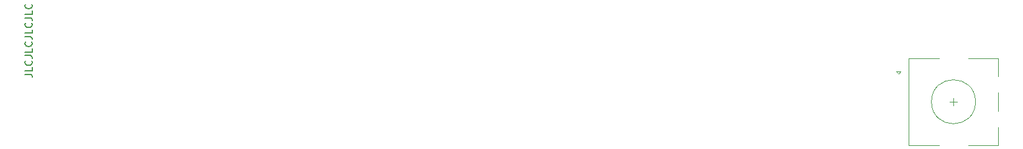
<source format=gto>
G04 #@! TF.GenerationSoftware,KiCad,Pcbnew,(5.1.4-0)*
G04 #@! TF.CreationDate,2021-10-12T16:31:04-05:00*
G04 #@! TF.ProjectId,niko,6e696b6f-2e6b-4696-9361-645f70636258,rev?*
G04 #@! TF.SameCoordinates,Original*
G04 #@! TF.FileFunction,Legend,Top*
G04 #@! TF.FilePolarity,Positive*
%FSLAX46Y46*%
G04 Gerber Fmt 4.6, Leading zero omitted, Abs format (unit mm)*
G04 Created by KiCad (PCBNEW (5.1.4-0)) date 2021-10-12 16:31:04*
%MOMM*%
%LPD*%
G04 APERTURE LIST*
%ADD10C,0.150000*%
%ADD11C,0.120000*%
%ADD12C,2.642000*%
%ADD13C,1.803800*%
%ADD14C,4.089800*%
%ADD15O,1.402000X2.002000*%
%ADD16C,0.752000*%
%ADD17O,1.402000X2.502000*%
%ADD18R,2.102000X2.102000*%
%ADD19C,2.102000*%
%ADD20R,3.302000X2.102000*%
%ADD21C,0.100000*%
%ADD22C,1.803400*%
G04 APERTURE END LIST*
D10*
X118772380Y-85559047D02*
X119486666Y-85559047D01*
X119629523Y-85606666D01*
X119724761Y-85701904D01*
X119772380Y-85844761D01*
X119772380Y-85940000D01*
X119772380Y-84606666D02*
X119772380Y-85082857D01*
X118772380Y-85082857D01*
X119677142Y-83701904D02*
X119724761Y-83749523D01*
X119772380Y-83892380D01*
X119772380Y-83987619D01*
X119724761Y-84130476D01*
X119629523Y-84225714D01*
X119534285Y-84273333D01*
X119343809Y-84320952D01*
X119200952Y-84320952D01*
X119010476Y-84273333D01*
X118915238Y-84225714D01*
X118820000Y-84130476D01*
X118772380Y-83987619D01*
X118772380Y-83892380D01*
X118820000Y-83749523D01*
X118867619Y-83701904D01*
X118772380Y-82987619D02*
X119486666Y-82987619D01*
X119629523Y-83035238D01*
X119724761Y-83130476D01*
X119772380Y-83273333D01*
X119772380Y-83368571D01*
X119772380Y-82035238D02*
X119772380Y-82511428D01*
X118772380Y-82511428D01*
X119677142Y-81130476D02*
X119724761Y-81178095D01*
X119772380Y-81320952D01*
X119772380Y-81416190D01*
X119724761Y-81559047D01*
X119629523Y-81654285D01*
X119534285Y-81701904D01*
X119343809Y-81749523D01*
X119200952Y-81749523D01*
X119010476Y-81701904D01*
X118915238Y-81654285D01*
X118820000Y-81559047D01*
X118772380Y-81416190D01*
X118772380Y-81320952D01*
X118820000Y-81178095D01*
X118867619Y-81130476D01*
X118772380Y-80416190D02*
X119486666Y-80416190D01*
X119629523Y-80463809D01*
X119724761Y-80559047D01*
X119772380Y-80701904D01*
X119772380Y-80797142D01*
X119772380Y-79463809D02*
X119772380Y-79940000D01*
X118772380Y-79940000D01*
X119677142Y-78559047D02*
X119724761Y-78606666D01*
X119772380Y-78749523D01*
X119772380Y-78844761D01*
X119724761Y-78987619D01*
X119629523Y-79082857D01*
X119534285Y-79130476D01*
X119343809Y-79178095D01*
X119200952Y-79178095D01*
X119010476Y-79130476D01*
X118915238Y-79082857D01*
X118820000Y-78987619D01*
X118772380Y-78844761D01*
X118772380Y-78749523D01*
X118820000Y-78606666D01*
X118867619Y-78559047D01*
X118772380Y-77844761D02*
X119486666Y-77844761D01*
X119629523Y-77892380D01*
X119724761Y-77987619D01*
X119772380Y-78130476D01*
X119772380Y-78225714D01*
X119772380Y-76892380D02*
X119772380Y-77368571D01*
X118772380Y-77368571D01*
X119677142Y-75987619D02*
X119724761Y-76035238D01*
X119772380Y-76178095D01*
X119772380Y-76273333D01*
X119724761Y-76416190D01*
X119629523Y-76511428D01*
X119534285Y-76559047D01*
X119343809Y-76606666D01*
X119200952Y-76606666D01*
X119010476Y-76559047D01*
X118915238Y-76511428D01*
X118820000Y-76416190D01*
X118772380Y-76273333D01*
X118772380Y-76178095D01*
X118820000Y-76035238D01*
X118867619Y-75987619D01*
D11*
X248269780Y-89297250D02*
G75*
G03X248269780Y-89297250I-3000000J0D01*
G01*
X247269780Y-83397250D02*
X251369780Y-83397250D01*
X251369780Y-95197250D02*
X247269780Y-95197250D01*
X243269780Y-95197250D02*
X239169780Y-95197250D01*
X243269780Y-83397250D02*
X239169780Y-83397250D01*
X239169780Y-83397250D02*
X239169780Y-95197250D01*
X237769780Y-85497250D02*
X237469780Y-85197250D01*
X237469780Y-85197250D02*
X238069780Y-85197250D01*
X238069780Y-85197250D02*
X237769780Y-85497250D01*
X251369780Y-83397250D02*
X251369780Y-85797250D01*
X251369780Y-87997250D02*
X251369780Y-90597250D01*
X251369780Y-92797250D02*
X251369780Y-95197250D01*
X245269780Y-88797250D02*
X245269780Y-89797250D01*
X244769780Y-89297250D02*
X245769780Y-89297250D01*
%LPC*%
D12*
X141446250Y-49847500D03*
X147796250Y-47307500D03*
D13*
X150336250Y-52387500D03*
X140176250Y-52387500D03*
D14*
X145256250Y-52387500D03*
D12*
X217646250Y-67707170D03*
X223996250Y-65167170D03*
D13*
X226536250Y-70247170D03*
X216376250Y-70247170D03*
D14*
X221456250Y-70247170D03*
D12*
X360521250Y-106997500D03*
X366871250Y-104457500D03*
D13*
X369411250Y-109537500D03*
X359251250Y-109537500D03*
D14*
X364331250Y-109537500D03*
D12*
X360522780Y-30797640D03*
X366872780Y-28257640D03*
D13*
X369412780Y-33337640D03*
X359252780Y-33337640D03*
D14*
X364332780Y-33337640D03*
D12*
X341472700Y-30797640D03*
X347822700Y-28257640D03*
D13*
X350362700Y-33337640D03*
X340202700Y-33337640D03*
D14*
X345282700Y-33337640D03*
D12*
X322422620Y-27225750D03*
X328772620Y-24685750D03*
D13*
X331312620Y-29765750D03*
X321152620Y-29765750D03*
D14*
X326232620Y-29765750D03*
D12*
X303372540Y-24844490D03*
X309722540Y-22304490D03*
D13*
X312262540Y-27384490D03*
X302102540Y-27384490D03*
D14*
X307182540Y-27384490D03*
D12*
X284322460Y-27225750D03*
X290672460Y-24685750D03*
D13*
X293212460Y-29765750D03*
X283052460Y-29765750D03*
D14*
X288132460Y-29765750D03*
D12*
X265272380Y-29607010D03*
X271622380Y-27067010D03*
D13*
X274162380Y-32147010D03*
X264002380Y-32147010D03*
D14*
X269082380Y-32147010D03*
D12*
X217647180Y-29607010D03*
X223997180Y-27067010D03*
D13*
X226537180Y-32147010D03*
X216377180Y-32147010D03*
D14*
X221457180Y-32147010D03*
D12*
X198597100Y-27225750D03*
X204947100Y-24685750D03*
D13*
X207487100Y-29765750D03*
X197327100Y-29765750D03*
D14*
X202407100Y-29765750D03*
D12*
X179547020Y-24844490D03*
X185897020Y-22304490D03*
D13*
X188437020Y-27384490D03*
X178277020Y-27384490D03*
D14*
X183357020Y-27384490D03*
D12*
X160496940Y-27225750D03*
X166846940Y-24685750D03*
D13*
X169386940Y-29765750D03*
X159226940Y-29765750D03*
D14*
X164306940Y-29765750D03*
D12*
X141446860Y-30797640D03*
X147796860Y-28257640D03*
D13*
X150336860Y-33337640D03*
X140176860Y-33337640D03*
D14*
X145256860Y-33337640D03*
D12*
X122396780Y-30797640D03*
X128746780Y-28257640D03*
D13*
X131286780Y-33337640D03*
X121126780Y-33337640D03*
D14*
X126206780Y-33337640D03*
D15*
X240969780Y-19303230D03*
D16*
X242379780Y-22952230D03*
X248159780Y-22952230D03*
D15*
X249569780Y-19303230D03*
D17*
X249569780Y-23503230D03*
X240969780Y-23503230D03*
D12*
X198596250Y-46263130D03*
X204946250Y-43723130D03*
D13*
X207486250Y-48803130D03*
X197326250Y-48803130D03*
D14*
X202406250Y-48803130D03*
D12*
X360546650Y-68884800D03*
X366896650Y-66344800D03*
D13*
X369436650Y-71424800D03*
X359276650Y-71424800D03*
D14*
X364356650Y-71424800D03*
D12*
X284321250Y-65313210D03*
X290671250Y-62773210D03*
D13*
X293211250Y-67853210D03*
X283051250Y-67853210D03*
D14*
X288131250Y-67853210D03*
D12*
X303371250Y-101044370D03*
X309721250Y-98504370D03*
D13*
X312261250Y-103584370D03*
X302101250Y-103584370D03*
D14*
X307181250Y-103584370D03*
D12*
X322421250Y-46263130D03*
X328771250Y-43723130D03*
D13*
X331311250Y-48803130D03*
X321151250Y-48803130D03*
D14*
X326231250Y-48803130D03*
D12*
X179546250Y-81994370D03*
X185896250Y-79454370D03*
D13*
X188436250Y-84534370D03*
X178276250Y-84534370D03*
D14*
X183356250Y-84534370D03*
D12*
X198596250Y-65313210D03*
X204946250Y-62773210D03*
D13*
X207486250Y-67853210D03*
X197326250Y-67853210D03*
D14*
X202406250Y-67853210D03*
D12*
X179571650Y-101032110D03*
X185921650Y-98492110D03*
D13*
X188461650Y-103572110D03*
X178301650Y-103572110D03*
D14*
X183381650Y-103572110D03*
D12*
X160496250Y-65325910D03*
X166846250Y-62785910D03*
D13*
X169386250Y-67865910D03*
X159226250Y-67865910D03*
D14*
X164306250Y-67865910D03*
D12*
X160496250Y-46263130D03*
X166846250Y-43723130D03*
D13*
X169386250Y-48803130D03*
X159226250Y-48803130D03*
D14*
X164306250Y-48803130D03*
D12*
X284321250Y-84363290D03*
X290671250Y-81823290D03*
D13*
X293211250Y-86903290D03*
X283051250Y-86903290D03*
D14*
X288131250Y-86903290D03*
D12*
X265271250Y-86757250D03*
X271621250Y-84217250D03*
D13*
X274161250Y-89297250D03*
X264001250Y-89297250D03*
D14*
X269081250Y-89297250D03*
D12*
X322421250Y-103426070D03*
X328771250Y-100886070D03*
D13*
X331311250Y-105966070D03*
X321151250Y-105966070D03*
D14*
X326231250Y-105966070D03*
D18*
X237769780Y-86797250D03*
D19*
X237769780Y-89297250D03*
X237769780Y-91797250D03*
D20*
X245269780Y-83697250D03*
X245269780Y-94897250D03*
D19*
X252269780Y-86797250D03*
X252269780Y-91797250D03*
D21*
G36*
X136023661Y-67363231D02*
G01*
X136067426Y-67369723D01*
X136110345Y-67380473D01*
X136152003Y-67395379D01*
X136191999Y-67414296D01*
X136229949Y-67437042D01*
X136265486Y-67463398D01*
X136298269Y-67493111D01*
X136327982Y-67525894D01*
X136354338Y-67561431D01*
X136377084Y-67599381D01*
X136396001Y-67639377D01*
X136410907Y-67681035D01*
X136421657Y-67723954D01*
X136428149Y-67767719D01*
X136430320Y-67811910D01*
X136430320Y-68713610D01*
X136428149Y-68757801D01*
X136421657Y-68801566D01*
X136410907Y-68844485D01*
X136396001Y-68886143D01*
X136377084Y-68926139D01*
X136354338Y-68964089D01*
X136327982Y-68999626D01*
X136298269Y-69032409D01*
X136265486Y-69062122D01*
X136229949Y-69088478D01*
X136191999Y-69111224D01*
X136152003Y-69130141D01*
X136110345Y-69145047D01*
X136067426Y-69155797D01*
X136023661Y-69162289D01*
X135979470Y-69164460D01*
X135077770Y-69164460D01*
X135033579Y-69162289D01*
X134989814Y-69155797D01*
X134946895Y-69145047D01*
X134905237Y-69130141D01*
X134865241Y-69111224D01*
X134827291Y-69088478D01*
X134791754Y-69062122D01*
X134758971Y-69032409D01*
X134729258Y-68999626D01*
X134702902Y-68964089D01*
X134680156Y-68926139D01*
X134661239Y-68886143D01*
X134646333Y-68844485D01*
X134635583Y-68801566D01*
X134629091Y-68757801D01*
X134626920Y-68713610D01*
X134626920Y-67811910D01*
X134629091Y-67767719D01*
X134635583Y-67723954D01*
X134646333Y-67681035D01*
X134661239Y-67639377D01*
X134680156Y-67599381D01*
X134702902Y-67561431D01*
X134729258Y-67525894D01*
X134758971Y-67493111D01*
X134791754Y-67463398D01*
X134827291Y-67437042D01*
X134865241Y-67414296D01*
X134905237Y-67395379D01*
X134946895Y-67380473D01*
X134989814Y-67369723D01*
X135033579Y-67363231D01*
X135077770Y-67361060D01*
X135979470Y-67361060D01*
X136023661Y-67363231D01*
X136023661Y-67363231D01*
G37*
D22*
X135528620Y-68262760D03*
X135935020Y-65722760D03*
X135528620Y-63182760D03*
X135935020Y-60642760D03*
X135528620Y-58102760D03*
X135935020Y-55562760D03*
D12*
X122396250Y-49847500D03*
X128746250Y-47307500D03*
D13*
X131286250Y-52387500D03*
X121126250Y-52387500D03*
D14*
X126206250Y-52387500D03*
X183356250Y-46434370D03*
D13*
X178276250Y-46434370D03*
X188436250Y-46434370D03*
D12*
X185896250Y-41354370D03*
X179546250Y-43894370D03*
X217646250Y-48657090D03*
X223996250Y-46117090D03*
D13*
X226536250Y-51197090D03*
X216376250Y-51197090D03*
D14*
X221456250Y-51197090D03*
D12*
X265271250Y-48657090D03*
X271621250Y-46117090D03*
D13*
X274161250Y-51197090D03*
X264001250Y-51197090D03*
D14*
X269081250Y-51197090D03*
D12*
X284321250Y-46275830D03*
X290671250Y-43735830D03*
D13*
X293211250Y-48815830D03*
X283051250Y-48815830D03*
D14*
X288131250Y-48815830D03*
D12*
X303371250Y-43894370D03*
X309721250Y-41354370D03*
D13*
X312261250Y-46434370D03*
X302101250Y-46434370D03*
D14*
X307181250Y-46434370D03*
D12*
X341471250Y-49847500D03*
X347821250Y-47307500D03*
D13*
X350361250Y-52387500D03*
X340201250Y-52387500D03*
D14*
X345281250Y-52387500D03*
D12*
X360521250Y-49847500D03*
X366871250Y-47307500D03*
D13*
X369411250Y-52387500D03*
X359251250Y-52387500D03*
D14*
X364331250Y-52387500D03*
X126206250Y-71437500D03*
D13*
X121126250Y-71437500D03*
X131286250Y-71437500D03*
D12*
X128746250Y-66357500D03*
X122396250Y-68897500D03*
X141446250Y-68897500D03*
X147796250Y-66357500D03*
D13*
X150336250Y-71437500D03*
X140176250Y-71437500D03*
D14*
X145256250Y-71437500D03*
D12*
X179546250Y-62944370D03*
X185896250Y-60404370D03*
D13*
X188436250Y-65484370D03*
X178276250Y-65484370D03*
D14*
X183356250Y-65484370D03*
D12*
X265271250Y-67707170D03*
X271621250Y-65167170D03*
D13*
X274161250Y-70247170D03*
X264001250Y-70247170D03*
D14*
X269081250Y-70247170D03*
D12*
X303371250Y-62944370D03*
X309721250Y-60404370D03*
D13*
X312261250Y-65484370D03*
X302101250Y-65484370D03*
D14*
X307181250Y-65484370D03*
D12*
X322421250Y-65313210D03*
X328771250Y-62773210D03*
D13*
X331311250Y-67853210D03*
X321151250Y-67853210D03*
D14*
X326231250Y-67853210D03*
D12*
X341471250Y-68897500D03*
X347821250Y-66357500D03*
D13*
X350361250Y-71437500D03*
X340201250Y-71437500D03*
D14*
X345281250Y-71437500D03*
D12*
X122396250Y-87934800D03*
X128746250Y-85394800D03*
D13*
X131286250Y-90474800D03*
X121126250Y-90474800D03*
D14*
X126206250Y-90474800D03*
D12*
X141440000Y-87947300D03*
X147790000Y-85407300D03*
D13*
X150330000Y-90487300D03*
X140170000Y-90487300D03*
D14*
X145250000Y-90487300D03*
D12*
X160496250Y-84363290D03*
X166846250Y-81823290D03*
D13*
X169386250Y-86903290D03*
X159226250Y-86903290D03*
D14*
X164306250Y-86903290D03*
X202406250Y-86915990D03*
D13*
X197326250Y-86915990D03*
X207486250Y-86915990D03*
D12*
X204946250Y-81835990D03*
X198596250Y-84375990D03*
X217646250Y-86757250D03*
X223996250Y-84217250D03*
D13*
X226536250Y-89297250D03*
X216376250Y-89297250D03*
D14*
X221456250Y-89297250D03*
D12*
X303371250Y-81994370D03*
X309721250Y-79454370D03*
D13*
X312261250Y-84534370D03*
X302101250Y-84534370D03*
D14*
X307181250Y-84534370D03*
D12*
X322421250Y-84363290D03*
X328771250Y-81823290D03*
D13*
X331311250Y-86903290D03*
X321151250Y-86903290D03*
D14*
X326231250Y-86903290D03*
D12*
X341471250Y-87947500D03*
X347821250Y-85407500D03*
D13*
X350361250Y-90487500D03*
X340201250Y-90487500D03*
D14*
X345281250Y-90487500D03*
D12*
X122396250Y-106997500D03*
X128746250Y-104457500D03*
D13*
X131286250Y-109537500D03*
X121126250Y-109537500D03*
D14*
X126206250Y-109537500D03*
D12*
X141446250Y-106997500D03*
X147796250Y-104457500D03*
D13*
X150336250Y-109537500D03*
X140176250Y-109537500D03*
D14*
X145256250Y-109537500D03*
D12*
X160496940Y-103426070D03*
X166846940Y-100886070D03*
D13*
X169386940Y-105966070D03*
X159226940Y-105966070D03*
D14*
X164306940Y-105966070D03*
X209550880Y-109537960D03*
D13*
X204643976Y-108223159D03*
X214457783Y-110852760D03*
D12*
X213319132Y-105288457D03*
X206528102Y-106098408D03*
X228952663Y-109005146D03*
X235721925Y-109980441D03*
D13*
X235381629Y-115649850D03*
X226582811Y-110569850D03*
D14*
X230982220Y-113109850D03*
D12*
X276651102Y-108070609D03*
X282127330Y-103973656D03*
D13*
X285895583Y-108223159D03*
X276081776Y-110852760D03*
D14*
X280988680Y-109537960D03*
D12*
X341471250Y-106997500D03*
X347821250Y-104457500D03*
D13*
X350361250Y-109537500D03*
X340201250Y-109537500D03*
D14*
X345281250Y-109537500D03*
D12*
X255003430Y-112791447D03*
X259232692Y-107416742D03*
D13*
X263972396Y-110546151D03*
X255173578Y-115626151D03*
D14*
X259572987Y-113086151D03*
D12*
X360521250Y-87947500D03*
X366871250Y-85407500D03*
D13*
X369411250Y-90487500D03*
X359251250Y-90487500D03*
D14*
X364331250Y-90487500D03*
M02*

</source>
